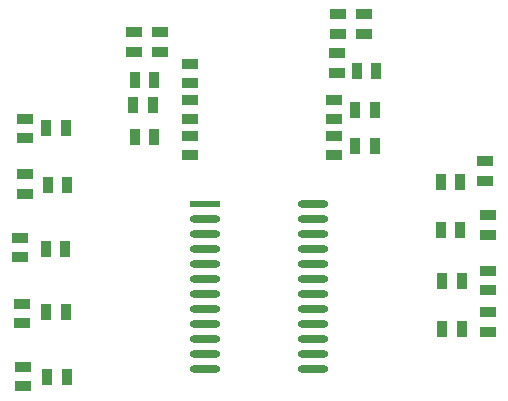
<source format=gtp>
G04*
G04 #@! TF.GenerationSoftware,Altium Limited,Altium Designer,22.2.1 (43)*
G04*
G04 Layer_Color=8421504*
%FSLAX25Y25*%
%MOIN*%
G70*
G04*
G04 #@! TF.SameCoordinates,2AA56CA8-B71A-46B7-BD27-B25D333C2BD2*
G04*
G04*
G04 #@! TF.FilePolarity,Positive*
G04*
G01*
G75*
%ADD15R,0.03347X0.05315*%
%ADD16R,0.05315X0.03347*%
G04:AMPARAMS|DCode=17|XSize=102.47mil|YSize=24.49mil|CornerRadius=12.25mil|HoleSize=0mil|Usage=FLASHONLY|Rotation=0.000|XOffset=0mil|YOffset=0mil|HoleType=Round|Shape=RoundedRectangle|*
%AMROUNDEDRECTD17*
21,1,0.10247,0.00000,0,0,0.0*
21,1,0.07798,0.02449,0,0,0.0*
1,1,0.02449,0.03899,0.00000*
1,1,0.02449,-0.03899,0.00000*
1,1,0.02449,-0.03899,0.00000*
1,1,0.02449,0.03899,0.00000*
%
%ADD17ROUNDEDRECTD17*%
%ADD18R,0.10247X0.02449*%
D15*
X28248Y40600D02*
D03*
X21752D02*
D03*
X28496Y19100D02*
D03*
X22000D02*
D03*
X131248Y96100D02*
D03*
X124752D02*
D03*
X131248Y108100D02*
D03*
X124752D02*
D03*
X131748Y121100D02*
D03*
X125252D02*
D03*
X22252Y83100D02*
D03*
X28748D02*
D03*
X21752Y102100D02*
D03*
X28248D02*
D03*
X57748Y99100D02*
D03*
X51252D02*
D03*
X57748Y118100D02*
D03*
X51252D02*
D03*
X57248Y109600D02*
D03*
X50752D02*
D03*
X21500Y61600D02*
D03*
X27996D02*
D03*
X153752Y35100D02*
D03*
X160248D02*
D03*
X153752Y51100D02*
D03*
X160248D02*
D03*
X153252Y68100D02*
D03*
X159748D02*
D03*
X153252Y84100D02*
D03*
X159748D02*
D03*
D16*
X127500Y133352D02*
D03*
Y139848D02*
D03*
X119000D02*
D03*
Y133352D02*
D03*
X59500Y133848D02*
D03*
Y127352D02*
D03*
X51000D02*
D03*
Y133848D02*
D03*
X169000Y34100D02*
D03*
Y40596D02*
D03*
Y47852D02*
D03*
Y54348D02*
D03*
Y66352D02*
D03*
Y72848D02*
D03*
X117500Y99348D02*
D03*
Y92852D02*
D03*
Y111348D02*
D03*
Y104852D02*
D03*
X118500Y120352D02*
D03*
Y126848D02*
D03*
X14000Y22348D02*
D03*
Y15852D02*
D03*
X13500Y43348D02*
D03*
Y36852D02*
D03*
X13000Y65348D02*
D03*
Y58852D02*
D03*
X14500Y86600D02*
D03*
Y80104D02*
D03*
Y98600D02*
D03*
Y105096D02*
D03*
X69500Y99348D02*
D03*
Y92852D02*
D03*
Y116852D02*
D03*
Y123348D02*
D03*
Y111348D02*
D03*
Y104852D02*
D03*
X168000Y84352D02*
D03*
Y90848D02*
D03*
D17*
X110474Y76600D02*
D03*
Y71600D02*
D03*
Y66600D02*
D03*
Y61600D02*
D03*
Y56600D02*
D03*
Y51600D02*
D03*
Y46600D02*
D03*
Y41600D02*
D03*
Y36600D02*
D03*
Y31600D02*
D03*
Y26600D02*
D03*
Y21600D02*
D03*
X74526D02*
D03*
Y26600D02*
D03*
Y31600D02*
D03*
Y36600D02*
D03*
Y41600D02*
D03*
Y46600D02*
D03*
Y51600D02*
D03*
Y56600D02*
D03*
Y61600D02*
D03*
Y66600D02*
D03*
Y71600D02*
D03*
D18*
Y76600D02*
D03*
M02*

</source>
